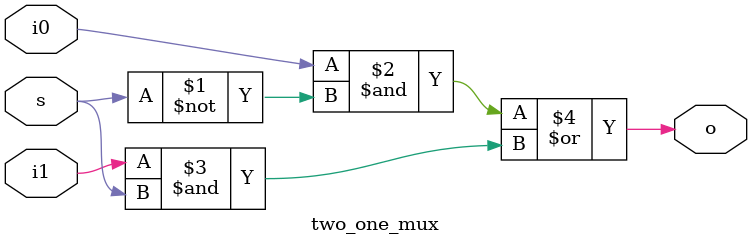
<source format=v>
module two_one_mux(o, i0, i1, s);
    input i0, i1, s;
    output o;
    assign o = (i0 & (~s)) | (i1 & s);
endmodule
</source>
